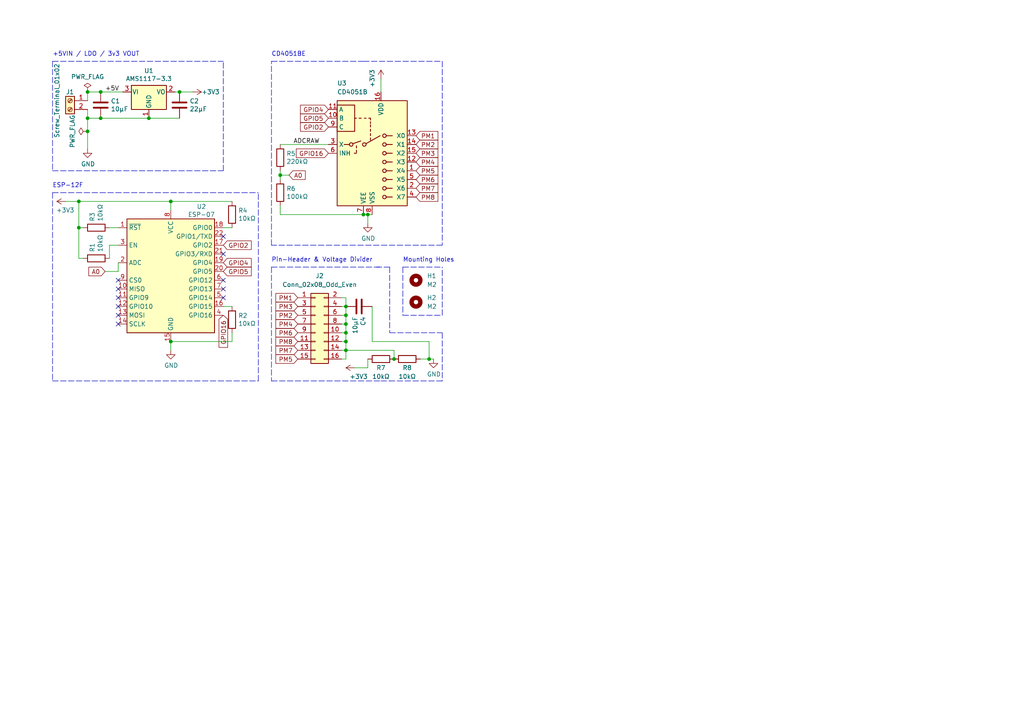
<source format=kicad_sch>
(kicad_sch (version 20211123) (generator eeschema)
  (paper "A4")
  (lib_symbols
    (symbol "Analog_Switch:CD4051B"
      (property "Reference" "U" (at -10.16 16.51 0))
      (property "Value" "CD4051B" (at 3.81 16.51 0))
      (symbol "CD4051B_0_1"
        (rectangle (start -10.16 6.35) (end -5.08 13.97) (stroke (width 0.254)))
        (rectangle (start -10.16 15.24) (end 10.16 -15.24) (stroke (width 0.254)) (fill (type background)))
        (circle (center -6.096 2.54) (radius 0.508) (stroke (width 0.254)))
        (circle (center -2.286 2.54) (radius 0.508) (stroke (width 0.254)))
        (polyline (pts (xy -8.128 2.54) (xy -6.604 2.54)) (stroke (width 0.254)))
        (polyline (pts (xy -5.588 2.794) (xy -3.302 3.556)) (stroke (width 0.254)))
        (polyline (pts (xy -4.572 0) (xy -5.207 0)) (stroke (width 0.254)))
        (polyline (pts (xy -4.572 0.254) (xy -4.572 0.889)) (stroke (width 0.254)))
        (polyline (pts (xy -4.572 1.524) (xy -4.572 2.159)) (stroke (width 0.254)))
        (polyline (pts (xy -4.572 10.16) (xy -5.08 10.16)) (stroke (width 0.254)))
        (polyline (pts (xy -3.81 10.16) (xy -3.175 10.16)) (stroke (width 0.254)))
        (polyline (pts (xy -1.778 2.794) (xy 2.286 5.08)) (stroke (width 0.254)))
        (polyline (pts (xy -1.778 10.16) (xy -2.286 10.16)) (stroke (width 0.254)))
        (polyline (pts (xy -0.508 3.81) (xy -0.508 4.445)) (stroke (width 0.254)))
        (polyline (pts (xy -0.508 5.08) (xy -0.508 5.715)) (stroke (width 0.254)))
        (polyline (pts (xy -0.508 6.35) (xy -0.508 6.985)) (stroke (width 0.254)))
        (polyline (pts (xy -0.508 7.62) (xy -0.508 8.255)) (stroke (width 0.254)))
        (polyline (pts (xy -0.508 8.636) (xy -0.508 9.144)) (stroke (width 0.254)))
        (polyline (pts (xy -0.508 9.652) (xy -0.508 10.16)) (stroke (width 0.254)))
        (polyline (pts (xy -0.508 10.16) (xy -1.016 10.16)) (stroke (width 0.254)))
        (polyline (pts (xy 4.064 -12.7) (xy 5.842 -12.7)) (stroke (width 0.254)))
        (polyline (pts (xy 4.064 -10.16) (xy 5.842 -10.16)) (stroke (width 0.254)))
        (polyline (pts (xy 4.064 -7.62) (xy 5.842 -7.62)) (stroke (width 0.254)))
        (polyline (pts (xy 4.064 -5.08) (xy 5.842 -5.08)) (stroke (width 0.254)))
        (polyline (pts (xy 4.064 -2.54) (xy 5.842 -2.54)) (stroke (width 0.254)))
        (polyline (pts (xy 4.064 0) (xy 5.842 0)) (stroke (width 0.254)))
        (polyline (pts (xy 4.064 2.54) (xy 5.842 2.54)) (stroke (width 0.254)))
        (polyline (pts (xy 4.064 5.08) (xy 5.842 5.08)) (stroke (width 0.254)))
        (circle (center 3.556 -12.7) (radius 0.508) (stroke (width 0.254)))
        (circle (center 3.556 -10.16) (radius 0.508) (stroke (width 0.254)))
        (circle (center 3.556 -7.62) (radius 0.508) (stroke (width 0.254)))
        (circle (center 3.556 -5.08) (radius 0.508) (stroke (width 0.254)))
        (circle (center 3.556 -2.54) (radius 0.508) (stroke (width 0.254)))
        (circle (center 3.556 0) (radius 0.508) (stroke (width 0.254)))
        (circle (center 3.556 2.54) (radius 0.508) (stroke (width 0.254)))
        (circle (center 3.556 5.08) (radius 0.508) (stroke (width 0.254)))
      )
      (symbol "CD4051B_1_1"
        (pin bidirectional line (at 12.7 -5.08 180) (length 2.54) (name "X4") (number "1"))
        (pin input line (at -12.7 10.16 0) (length 2.54) (name "B") (number "10"))
        (pin input line (at -12.7 12.7 0) (length 2.54) (name "A") (number "11"))
        (pin bidirectional line (at 12.7 -2.54 180) (length 2.54) (name "X3") (number "12"))
        (pin bidirectional line (at 12.7 5.08 180) (length 2.54) (name "X0") (number "13"))
        (pin bidirectional line (at 12.7 2.54 180) (length 2.54) (name "X1") (number "14"))
        (pin bidirectional line (at 12.7 0 180) (length 2.54) (name "X2") (number "15"))
        (pin power_in line (at 2.54 17.78 270) (length 2.54) (name "VDD") (number "16"))
        (pin bidirectional line (at 12.7 -10.16 180) (length 2.54) (name "X6") (number "2"))
        (pin bidirectional line (at -12.7 2.54 0) (length 2.54) (name "X") (number "3"))
        (pin bidirectional line (at 12.7 -12.7 180) (length 2.54) (name "X7") (number "4"))
        (pin bidirectional line (at 12.7 -7.62 180) (length 2.54) (name "X5") (number "5"))
        (pin input line (at -12.7 0 0) (length 2.54) (name "INH") (number "6"))
        (pin power_in line (at -2.54 -17.78 90) (length 2.54) (name "VEE") (number "7"))
        (pin power_in line (at 0 -17.78 90) (length 2.54) (name "VSS") (number "8"))
        (pin input line (at -12.7 7.62 0) (length 2.54) (name "C") (number "9"))
      )
    )
    (symbol "Connector:Screw_Terminal_01x02" (pin_names (offset 1.016) hide)
      (property "Reference" "J" (at 0 2.54 0))
      (property "Value" "Screw_Terminal_01x02" (at 0 -5.08 0))
      (symbol "Screw_Terminal_01x02_1_1"
        (rectangle (start -1.27 1.27) (end 1.27 -3.81) (stroke (width 0.254)) (fill (type background)))
        (circle (center 0 -2.54) (radius 0.635) (stroke (width 0.1524)))
        (polyline (pts (xy -0.5334 -2.2098) (xy 0.3302 -3.048)) (stroke (width 0.1524)))
        (polyline (pts (xy -0.5334 0.3302) (xy 0.3302 -0.508)) (stroke (width 0.1524)))
        (polyline (pts (xy -0.3556 -2.032) (xy 0.508 -2.8702)) (stroke (width 0.1524)))
        (polyline (pts (xy -0.3556 0.508) (xy 0.508 -0.3302)) (stroke (width 0.1524)))
        (circle (center 0 0) (radius 0.635) (stroke (width 0.1524)))
        (pin passive line (at -5.08 0 0) (length 3.81) (name "Pin_1") (number "1"))
        (pin passive line (at -5.08 -2.54 0) (length 3.81) (name "Pin_2") (number "2"))
      )
    )
    (symbol "Connector_Generic:Conn_02x08_Odd_Even" (pin_names (offset 1.016) hide)
      (property "Reference" "J" (at 1.27 10.16 0))
      (property "Value" "Conn_02x08_Odd_Even" (at 1.27 -12.7 0))
      (symbol "Conn_02x08_Odd_Even_1_1"
        (rectangle (start -1.27 -10.033) (end 0 -10.287) (stroke (width 0.1524)))
        (rectangle (start -1.27 -7.493) (end 0 -7.747) (stroke (width 0.1524)))
        (rectangle (start -1.27 -4.953) (end 0 -5.207) (stroke (width 0.1524)))
        (rectangle (start -1.27 -2.413) (end 0 -2.667) (stroke (width 0.1524)))
        (rectangle (start -1.27 0.127) (end 0 -0.127) (stroke (width 0.1524)))
        (rectangle (start -1.27 2.667) (end 0 2.413) (stroke (width 0.1524)))
        (rectangle (start -1.27 5.207) (end 0 4.953) (stroke (width 0.1524)))
        (rectangle (start -1.27 7.747) (end 0 7.493) (stroke (width 0.1524)))
        (rectangle (start -1.27 8.89) (end 3.81 -11.43) (stroke (width 0.254)) (fill (type background)))
        (rectangle (start 3.81 -10.033) (end 2.54 -10.287) (stroke (width 0.1524)))
        (rectangle (start 3.81 -7.493) (end 2.54 -7.747) (stroke (width 0.1524)))
        (rectangle (start 3.81 -4.953) (end 2.54 -5.207) (stroke (width 0.1524)))
        (rectangle (start 3.81 -2.413) (end 2.54 -2.667) (stroke (width 0.1524)))
        (rectangle (start 3.81 0.127) (end 2.54 -0.127) (stroke (width 0.1524)))
        (rectangle (start 3.81 2.667) (end 2.54 2.413) (stroke (width 0.1524)))
        (rectangle (start 3.81 5.207) (end 2.54 4.953) (stroke (width 0.1524)))
        (rectangle (start 3.81 7.747) (end 2.54 7.493) (stroke (width 0.1524)))
        (pin passive line (at -5.08 7.62 0) (length 3.81) (name "Pin_1") (number "1"))
        (pin passive line (at 7.62 -2.54 180) (length 3.81) (name "Pin_10") (number "10"))
        (pin passive line (at -5.08 -5.08 0) (length 3.81) (name "Pin_11") (number "11"))
        (pin passive line (at 7.62 -5.08 180) (length 3.81) (name "Pin_12") (number "12"))
        (pin passive line (at -5.08 -7.62 0) (length 3.81) (name "Pin_13") (number "13"))
        (pin passive line (at 7.62 -7.62 180) (length 3.81) (name "Pin_14") (number "14"))
        (pin passive line (at -5.08 -10.16 0) (length 3.81) (name "Pin_15") (number "15"))
        (pin passive line (at 7.62 -10.16 180) (length 3.81) (name "Pin_16") (number "16"))
        (pin passive line (at 7.62 7.62 180) (length 3.81) (name "Pin_2") (number "2"))
        (pin passive line (at -5.08 5.08 0) (length 3.81) (name "Pin_3") (number "3"))
        (pin passive line (at 7.62 5.08 180) (length 3.81) (name "Pin_4") (number "4"))
        (pin passive line (at -5.08 2.54 0) (length 3.81) (name "Pin_5") (number "5"))
        (pin passive line (at 7.62 2.54 180) (length 3.81) (name "Pin_6") (number "6"))
        (pin passive line (at -5.08 0 0) (length 3.81) (name "Pin_7") (number "7"))
        (pin passive line (at 7.62 0 180) (length 3.81) (name "Pin_8") (number "8"))
        (pin passive line (at -5.08 -2.54 0) (length 3.81) (name "Pin_9") (number "9"))
      )
    )
    (symbol "Device:C" (pin_numbers hide) (pin_names (offset 0.254))
      (property "Reference" "C" (at 0.635 2.54 0))
      (property "Value" "C" (at 0.635 -2.54 0))
      (symbol "C_0_1"
        (polyline (pts (xy -2.032 -0.762) (xy 2.032 -0.762)) (stroke (width 0.508)))
        (polyline (pts (xy -2.032 0.762) (xy 2.032 0.762)) (stroke (width 0.508)))
      )
      (symbol "C_1_1"
        (pin passive line (at 0 3.81 270) (length 2.794) (name "~") (number "1"))
        (pin passive line (at 0 -3.81 90) (length 2.794) (name "~") (number "2"))
      )
    )
    (symbol "Device:R" (pin_numbers hide) (pin_names (offset 0))
      (property "Reference" "R" (at 2.032 0 90))
      (property "Value" "R" (at 0 0 90))
      (symbol "R_0_1"
        (rectangle (start -1.016 -2.54) (end 1.016 2.54) (stroke (width 0.254)))
      )
      (symbol "R_1_1"
        (pin passive line (at 0 3.81 270) (length 1.27) (name "~") (number "1"))
        (pin passive line (at 0 -3.81 90) (length 1.27) (name "~") (number "2"))
      )
    )
    (symbol "Mechanical:MountingHole" (pin_names (offset 1.016))
      (property "Reference" "H" (at 0 5.08 0))
      (property "Value" "MountingHole" (at 0 3.175 0))
      (symbol "MountingHole_0_1"
        (circle (center 0 0) (radius 1.27) (stroke (width 1.27)))
      )
    )
    (symbol "RF_Module:ESP-12F"
      (property "Reference" "U" (at -12.7 19.05 0))
      (property "Value" "ESP-12F" (at 12.7 19.05 0))
      (symbol "ESP-12F_0_1"
        (rectangle (start -12.7 17.78) (end 12.7 -15.24) (stroke (width 0.254)) (fill (type background)))
      )
      (symbol "ESP-12F_1_1"
        (pin input line (at -15.24 15.24 0) (length 2.54) (name "~{RST}") (number "1"))
        (pin bidirectional line (at -15.24 -2.54 0) (length 2.54) (name "MISO") (number "10"))
        (pin bidirectional line (at -15.24 -5.08 0) (length 2.54) (name "GPIO9") (number "11"))
        (pin bidirectional line (at -15.24 -7.62 0) (length 2.54) (name "GPIO10") (number "12"))
        (pin bidirectional line (at -15.24 -10.16 0) (length 2.54) (name "MOSI") (number "13"))
        (pin bidirectional line (at -15.24 -12.7 0) (length 2.54) (name "SCLK") (number "14"))
        (pin power_in line (at 0 -17.78 90) (length 2.54) (name "GND") (number "15"))
        (pin bidirectional line (at 15.24 -7.62 180) (length 2.54) (name "GPIO15") (number "16"))
        (pin bidirectional line (at 15.24 10.16 180) (length 2.54) (name "GPIO2") (number "17"))
        (pin bidirectional line (at 15.24 15.24 180) (length 2.54) (name "GPIO0") (number "18"))
        (pin bidirectional line (at 15.24 5.08 180) (length 2.54) (name "GPIO4") (number "19"))
        (pin input line (at -15.24 5.08 0) (length 2.54) (name "ADC") (number "2"))
        (pin bidirectional line (at 15.24 2.54 180) (length 2.54) (name "GPIO5") (number "20"))
        (pin bidirectional line (at 15.24 7.62 180) (length 2.54) (name "GPIO3/RXD") (number "21"))
        (pin bidirectional line (at 15.24 12.7 180) (length 2.54) (name "GPIO1/TXD") (number "22"))
        (pin input line (at -15.24 10.16 0) (length 2.54) (name "EN") (number "3"))
        (pin bidirectional line (at 15.24 -10.16 180) (length 2.54) (name "GPIO16") (number "4"))
        (pin bidirectional line (at 15.24 -5.08 180) (length 2.54) (name "GPIO14") (number "5"))
        (pin bidirectional line (at 15.24 0 180) (length 2.54) (name "GPIO12") (number "6"))
        (pin bidirectional line (at 15.24 -2.54 180) (length 2.54) (name "GPIO13") (number "7"))
        (pin power_in line (at 0 20.32 270) (length 2.54) (name "VCC") (number "8"))
        (pin input line (at -15.24 0 0) (length 2.54) (name "CS0") (number "9"))
      )
    )
    (symbol "Regulator_Linear:AMS1117-3.3" (pin_names (offset 0.254))
      (property "Reference" "U" (at -3.81 3.175 0))
      (property "Value" "AMS1117-3.3" (at 0 3.175 0))
      (symbol "AMS1117-3.3_0_1"
        (rectangle (start -5.08 -5.08) (end 5.08 1.905) (stroke (width 0.254)) (fill (type background)))
      )
      (symbol "AMS1117-3.3_1_1"
        (pin power_in line (at 0 -7.62 90) (length 2.54) (name "GND") (number "1"))
        (pin power_out line (at 7.62 0 180) (length 2.54) (name "VO") (number "2"))
        (pin power_in line (at -7.62 0 0) (length 2.54) (name "VI") (number "3"))
      )
    )
    (symbol "power:+3.3V" (power) (pin_names (offset 0))
      (property "Value" "+3.3V" (at 0 3.556 0))
      (symbol "+3.3V_0_1"
        (polyline (pts (xy -0.762 1.27) (xy 0 2.54)))
        (polyline (pts (xy 0 0) (xy 0 2.54)))
        (polyline (pts (xy 0 2.54) (xy 0.762 1.27)))
      )
      (symbol "+3.3V_1_1"
        (pin power_in line (at 0 0 90) (length 0) hide (name "+3V3") (number "1"))
      )
    )
    (symbol "power:GND" (power) (pin_names (offset 0))
      (property "Value" "GND" (at 0 -3.81 0))
      (symbol "GND_0_1"
        (polyline (pts (xy 0 0) (xy 0 -1.27) (xy 1.27 -1.27) (xy 0 -2.54) (xy -1.27 -1.27) (xy 0 -1.27)))
      )
      (symbol "GND_1_1"
        (pin power_in line (at 0 0 270) (length 0) hide (name "GND") (number "1"))
      )
    )
    (symbol "power:PWR_FLAG" (power) (pin_numbers hide) (pin_names (offset 0) hide)
      (property "Value" "PWR_FLAG" (at 0 3.81 0))
      (symbol "PWR_FLAG_0_0"
        (pin power_out line (at 0 0 90) (length 0) (name "pwr") (number "1"))
      )
      (symbol "PWR_FLAG_0_1"
        (polyline (pts (xy 0 0) (xy 0 1.27) (xy -1.016 1.905) (xy 0 2.54) (xy 1.016 1.905) (xy 0 1.27)))
      )
    )
  )
  (junction (at 100.33 88.9))
  (junction (at 100.33 101.6))
  (junction (at 29.21 26.67))
  (junction (at 100.33 93.98))
  (junction (at 49.53 58.42))
  (junction (at 100.33 99.06))
  (junction (at 49.53 99.06))
  (junction (at 25.4 34.29))
  (junction (at 105.41 62.23))
  (junction (at 81.28 50.8))
  (junction (at 25.4 38.1))
  (junction (at 43.18 34.29))
  (junction (at 100.33 91.44))
  (junction (at 22.86 58.42))
  (junction (at 114.3 104.14))
  (junction (at 52.07 26.67))
  (junction (at 25.4 26.67))
  (junction (at 29.21 34.29))
  (junction (at 124.46 104.14))
  (junction (at 22.86 66.04))
  (junction (at 100.33 96.52))
  (junction (at 106.68 62.23))
  (no_connect (at 64.77 81.28))
  (no_connect (at 34.29 93.98))
  (no_connect (at 34.29 83.82))
  (no_connect (at 34.29 91.44))
  (no_connect (at 34.29 81.28))
  (no_connect (at 34.29 86.36))
  (no_connect (at 34.29 88.9))
  (no_connect (at 64.77 83.82))
  (no_connect (at 64.77 86.36))
  (no_connect (at 64.77 68.58))
  (no_connect (at 64.77 73.66))
  (wire (pts (xy 107.95 99.06) (xy 107.95 88.9)))
  (wire (pts (xy 81.28 49.53) (xy 81.28 50.8)))
  (wire (pts (xy 34.29 76.2) (xy 34.29 78.74)))
  (wire (pts (xy 100.33 96.52) (xy 100.33 99.06)))
  (wire (pts (xy 99.06 93.98) (xy 100.33 93.98)))
  (polyline (pts (xy 15.24 17.78) (xy 64.77 17.78)))
  (wire (pts (xy 86.36 96.42) (xy 86.36 96.52)))
  (wire (pts (xy 114.3 101.6) (xy 114.3 104.14)))
  (wire (pts (xy 67.31 96.52) (xy 67.31 99.06)))
  (wire (pts (xy 25.4 38.1) (xy 25.4 43.18)))
  (polyline (pts (xy 15.24 55.88) (xy 74.93 55.88)))
  (polyline (pts (xy 74.93 110.49) (xy 74.93 55.88)))
  (polyline (pts (xy 113.03 77.47) (xy 113.03 96.52)))
  (wire (pts (xy 22.86 66.04) (xy 22.86 58.42)))
  (polyline (pts (xy 64.77 49.53) (xy 64.77 17.78)))
  (polyline (pts (xy 116.84 77.47) (xy 116.84 91.44)))
  (wire (pts (xy 31.75 66.04) (xy 34.29 66.04)))
  (wire (pts (xy 29.21 26.67) (xy 35.56 26.67)))
  (wire (pts (xy 106.68 62.23) (xy 107.95 62.23)))
  (wire (pts (xy 106.68 62.23) (xy 106.68 64.77)))
  (wire (pts (xy 31.75 74.93) (xy 31.75 71.12)))
  (wire (pts (xy 107.95 99.06) (xy 124.46 99.06)))
  (wire (pts (xy 100.33 86.36) (xy 100.33 88.9)))
  (wire (pts (xy 25.4 34.29) (xy 29.21 34.29)))
  (polyline (pts (xy 15.24 17.78) (xy 15.24 49.53)))
  (wire (pts (xy 19.05 58.42) (xy 22.86 58.42)))
  (wire (pts (xy 49.53 99.06) (xy 49.53 101.6)))
  (polyline (pts (xy 128.27 91.44) (xy 128.27 77.47)))
  (polyline (pts (xy 78.74 71.12) (xy 78.74 17.78)))
  (wire (pts (xy 22.86 66.04) (xy 24.13 66.04)))
  (polyline (pts (xy 116.84 91.44) (xy 128.27 91.44)))
  (wire (pts (xy 99.06 91.44) (xy 100.33 91.44)))
  (wire (pts (xy 86.36 88.8) (xy 86.36 88.9)))
  (wire (pts (xy 81.28 41.91) (xy 95.25 41.91)))
  (wire (pts (xy 86.36 86.26) (xy 86.36 86.36)))
  (wire (pts (xy 99.06 104.14) (xy 100.33 104.14)))
  (wire (pts (xy 99.06 96.52) (xy 100.33 96.52)))
  (wire (pts (xy 22.86 58.42) (xy 49.53 58.42)))
  (polyline (pts (xy 128.27 71.12) (xy 78.74 71.12)))
  (wire (pts (xy 100.33 91.44) (xy 100.33 93.98)))
  (wire (pts (xy 124.46 99.06) (xy 124.46 104.14)))
  (polyline (pts (xy 78.74 77.47) (xy 78.74 110.49)))
  (wire (pts (xy 124.46 104.14) (xy 125.73 104.14)))
  (polyline (pts (xy 78.74 17.78) (xy 105.41 17.78)))
  (wire (pts (xy 64.77 88.9) (xy 67.31 88.9)))
  (wire (pts (xy 100.33 93.98) (xy 100.33 96.52)))
  (wire (pts (xy 43.18 34.29) (xy 52.07 34.29)))
  (polyline (pts (xy 128.27 96.52) (xy 128.27 110.49)))
  (wire (pts (xy 99.06 99.06) (xy 100.33 99.06)))
  (wire (pts (xy 86.36 93.88) (xy 86.36 93.98)))
  (polyline (pts (xy 110.49 110.49) (xy 113.03 110.49)))
  (wire (pts (xy 25.4 26.67) (xy 29.21 26.67)))
  (polyline (pts (xy 15.24 49.53) (xy 64.77 49.53)))
  (wire (pts (xy 67.31 99.06) (xy 49.53 99.06)))
  (wire (pts (xy 81.28 62.23) (xy 105.41 62.23)))
  (polyline (pts (xy 128.27 17.78) (xy 128.27 71.12)))
  (polyline (pts (xy 78.74 110.49) (xy 110.49 110.49)))
  (wire (pts (xy 86.36 91.34) (xy 86.36 91.44)))
  (wire (pts (xy 49.53 58.42) (xy 67.31 58.42)))
  (wire (pts (xy 81.28 50.8) (xy 83.82 50.8)))
  (wire (pts (xy 24.13 74.93) (xy 22.86 74.93)))
  (wire (pts (xy 25.4 34.29) (xy 25.4 38.1)))
  (wire (pts (xy 100.33 101.6) (xy 114.3 101.6)))
  (polyline (pts (xy 116.84 77.47) (xy 128.27 77.47)))
  (wire (pts (xy 99.06 88.9) (xy 100.33 88.9)))
  (wire (pts (xy 30.48 78.74) (xy 34.29 78.74)))
  (wire (pts (xy 102.87 106.68) (xy 106.68 106.68)))
  (wire (pts (xy 81.28 50.8) (xy 81.28 52.07)))
  (wire (pts (xy 50.8 26.67) (xy 52.07 26.67)))
  (polyline (pts (xy 113.03 77.47) (xy 109.22 77.47)))
  (wire (pts (xy 31.75 71.12) (xy 34.29 71.12)))
  (wire (pts (xy 81.28 59.69) (xy 81.28 62.23)))
  (wire (pts (xy 100.33 104.14) (xy 100.33 101.6)))
  (polyline (pts (xy 128.27 110.49) (xy 113.03 110.49)))
  (wire (pts (xy 64.77 66.04) (xy 67.31 66.04)))
  (polyline (pts (xy 15.24 55.88) (xy 15.24 110.49)))
  (polyline (pts (xy 105.41 17.78) (xy 128.27 17.78)))
  (wire (pts (xy 25.4 26.67) (xy 25.4 29.21)))
  (wire (pts (xy 100.33 99.06) (xy 100.33 101.6)))
  (wire (pts (xy 100.33 88.9) (xy 100.33 91.44)))
  (wire (pts (xy 110.49 22.86) (xy 110.49 26.67)))
  (polyline (pts (xy 15.24 110.49) (xy 74.93 110.49)))
  (wire (pts (xy 22.86 74.93) (xy 22.86 66.04)))
  (wire (pts (xy 29.21 34.29) (xy 43.18 34.29)))
  (polyline (pts (xy 113.03 96.52) (xy 128.27 96.52)))
  (wire (pts (xy 25.4 31.75) (xy 25.4 34.29)))
  (wire (pts (xy 49.53 58.42) (xy 49.53 60.96)))
  (wire (pts (xy 99.06 101.6) (xy 100.33 101.6)))
  (wire (pts (xy 86.36 98.96) (xy 86.36 99.06)))
  (wire (pts (xy 121.92 104.14) (xy 124.46 104.14)))
  (wire (pts (xy 106.68 106.68) (xy 106.68 104.14)))
  (wire (pts (xy 52.07 26.67) (xy 55.88 26.67)))
  (polyline (pts (xy 78.74 77.47) (xy 110.49 77.47)))
  (wire (pts (xy 99.06 86.36) (xy 100.33 86.36)))
  (wire (pts (xy 105.41 62.23) (xy 106.68 62.23)))
  (text "CD4051BE" (at 78.74 16.51 0) (effects (font (size 1.27 1.27)) (justify left bottom)))
  (text "Mounting Holes" (at 116.84 76.2 0) (effects (font (size 1.27 1.27)) (justify left bottom)))
  (text "+5VIN / LDO / 3v3 VOUT\n" (at 15.24 16.51 0) (effects (font (size 1.27 1.27)) (justify left bottom)))
  (text "Pin-Header & Voltage Divider" (at 78.74 76.2 0) (effects (font (size 1.27 1.27)) (justify left bottom)))
  (text "ESP-12F" (at 15.24 54.61 0) (effects (font (size 1.27 1.27)) (justify left bottom)))
  (label "+5V" (at 30.48 26.67 0))
  (label "ADCRAW" (at 85.09 41.91 0))
  (global_label "GPIO4" (shape input) (at 64.77 76.2 0) (property "Intersheet References" "${INTERSHEET_REFS}" (effects hide)))
  (global_label "GPIO2" (shape input) (at 95.25 36.83 180) (property "Intersheet References" "${INTERSHEET_REFS}" (effects hide)))
  (global_label "A0" (shape input) (at 83.82 50.8 0) (property "Intersheet References" "${INTERSHEET_REFS}" (effects hide)))
  (global_label "PM8" (shape input) (at 120.65 57.15 0) (property "Intersheet References" "${INTERSHEET_REFS}" (effects hide)))
  (global_label "GPIO4" (shape input) (at 95.25 31.75 180) (property "Intersheet References" "${INTERSHEET_REFS}" (effects hide)))
  (global_label "PM4" (shape input) (at 120.65 46.99 0) (property "Intersheet References" "${INTERSHEET_REFS}" (effects hide)))
  (global_label "PM6" (shape input) (at 86.36 96.52 180) (property "Intersheet References" "${INTERSHEET_REFS}" (effects hide)))
  (global_label "GPIO5" (shape input) (at 64.77 78.74 0) (property "Intersheet References" "${INTERSHEET_REFS}" (effects hide)))
  (global_label "PM2" (shape input) (at 120.65 41.91 0) (property "Intersheet References" "${INTERSHEET_REFS}" (effects hide)))
  (global_label "PM6" (shape input) (at 120.65 52.07 0) (property "Intersheet References" "${INTERSHEET_REFS}" (effects hide)))
  (global_label "GPIO2" (shape input) (at 64.77 71.12 0) (property "Intersheet References" "${INTERSHEET_REFS}" (effects hide)))
  (global_label "PM7" (shape input) (at 86.36 101.6 180) (property "Intersheet References" "${INTERSHEET_REFS}" (effects hide)))
  (global_label "PM5" (shape input) (at 86.36 104.14 180) (property "Intersheet References" "${INTERSHEET_REFS}" (effects hide)))
  (global_label "GPIO16" (shape input) (at 95.25 44.45 180) (property "Intersheet References" "${INTERSHEET_REFS}" (effects hide)))
  (global_label "PM1" (shape input) (at 120.65 39.37 0) (property "Intersheet References" "${INTERSHEET_REFS}" (effects hide)))
  (global_label "GPIO16" (shape input) (at 64.77 91.44 270) (property "Intersheet References" "${INTERSHEET_REFS}" (effects hide)))
  (global_label "PM4" (shape input) (at 86.36 93.98 180) (property "Intersheet References" "${INTERSHEET_REFS}" (effects hide)))
  (global_label "PM1" (shape input) (at 86.36 86.36 180) (property "Intersheet References" "${INTERSHEET_REFS}" (effects hide)))
  (global_label "GPIO5" (shape input) (at 95.25 34.29 180) (property "Intersheet References" "${INTERSHEET_REFS}" (effects hide)))
  (global_label "A0" (shape input) (at 30.48 78.74 180) (property "Intersheet References" "${INTERSHEET_REFS}" (effects hide)))
  (global_label "PM7" (shape input) (at 120.65 54.61 0) (property "Intersheet References" "${INTERSHEET_REFS}" (effects hide)))
  (global_label "PM3" (shape input) (at 120.65 44.45 0) (property "Intersheet References" "${INTERSHEET_REFS}" (effects hide)))
  (global_label "PM2" (shape input) (at 86.36 91.44 180) (property "Intersheet References" "${INTERSHEET_REFS}" (effects hide)))
  (global_label "PM3" (shape input) (at 86.36 88.9 180) (property "Intersheet References" "${INTERSHEET_REFS}" (effects hide)))
  (global_label "PM8" (shape input) (at 86.36 99.06 180) (property "Intersheet References" "${INTERSHEET_REFS}" (effects hide)))
  (global_label "PM5" (shape input) (at 120.65 49.53 0) (property "Intersheet References" "${INTERSHEET_REFS}" (effects hide)))
  (symbol (lib_id "RF_Module:ESP-12F") (at 49.53 81.28 0) (unit 1)
    (property "Reference" "U2" (at 58.42 59.9186 0))
    (property "Value" "ESP-07" (at 58.42 62.23 0))
    (property "Footprint" "Andys-Footprints:ESP-12-Socket-Cutout" (effects hide))
    (property "Datasheet" "http://wiki.ai-thinker.com/_media/esp8266/esp8266_series_modules_user_manual_v1.1.pdf" (effects hide))
  )
  (symbol (lib_id "power:GND") (at 25.4 43.18 0) (unit 1)
    (property "Reference" "#PWR02" (effects hide))
    (property "Value" "GND" (at 25.527 47.5742 0))
  )
  (symbol (lib_id "Device:R") (at 27.94 74.93 90) (unit 1)
    (property "Reference" "R1" (at 26.7716 73.152 0) (effects (justify left)))
    (property "Value" "10kΩ" (at 29.083 73.152 0) (effects (justify left)))
    (property "Footprint" "Resistor_SMD:R_0805_2012Metric" (effects hide))
  )
  (symbol (lib_id "Device:R") (at 67.31 92.71 0) (unit 1)
    (property "Reference" "R2" (at 69.088 91.5416 0) (effects (justify left)))
    (property "Value" "10kΩ" (at 69.088 93.853 0) (effects (justify left)))
    (property "Footprint" "Resistor_SMD:R_0805_2012Metric" (effects hide))
  )
  (symbol (lib_id "Device:C") (at 52.07 30.48 0) (unit 1)
    (property "Reference" "C2" (at 54.991 29.3116 0) (effects (justify left)))
    (property "Value" "22µF" (at 54.991 31.623 0) (effects (justify left)))
    (property "Footprint" "Capacitor_SMD:C_0805_2012Metric" (effects hide))
  )
  (symbol (lib_id "Regulator_Linear:AMS1117-3.3") (at 43.18 26.67 0) (unit 1)
    (property "Reference" "U1" (at 43.18 20.5232 0))
    (property "Value" "AMS1117-3.3" (at 43.18 22.8346 0))
    (property "Footprint" "Package_TO_SOT_SMD:SOT-223-3_TabPin2" (effects hide))
    (property "Datasheet" "http://www.advanced-monolithic.com/pdf/ds1117.pdf" (effects hide))
  )
  (symbol (lib_id "Device:C") (at 29.21 30.48 0) (unit 1)
    (property "Reference" "C1" (at 32.131 29.3116 0) (effects (justify left)))
    (property "Value" "10µF" (at 32.131 31.623 0) (effects (justify left)))
    (property "Footprint" "Capacitor_SMD:C_0805_2012Metric" (effects hide))
  )
  (symbol (lib_id "power:PWR_FLAG") (at 25.4 26.67 0) (unit 1)
    (property "Reference" "#FLG0101" (effects hide))
    (property "Value" "PWR_FLAG" (at 25.4 22.2758 0))
  )
  (symbol (lib_id "power:PWR_FLAG") (at 25.4 38.1 90) (unit 1)
    (property "Reference" "#FLG0102" (effects hide))
    (property "Value" "PWR_FLAG" (at 21.0058 38.1 0))
  )
  (symbol (lib_id "Connector:Screw_Terminal_01x02") (at 20.32 29.21 0) (mirror y) (unit 1)
    (property "Reference" "J1" (at 20.32 26.67 0))
    (property "Value" "Screw_Terminal_01x02" (at 16.51 29.21 90))
    (property "Footprint" "Andys-Footprints:TerminalBlock_Phoenix_MPT-0,5-2-2.54_1x02_P2.54mm_Horizontal-removed-extra-holes" (effects hide))
  )
  (symbol (lib_id "Device:R") (at 81.28 45.72 0) (unit 1)
    (property "Reference" "R5" (at 83.058 44.5516 0) (effects (justify left)))
    (property "Value" "220kΩ" (at 83.058 46.863 0) (effects (justify left)))
    (property "Footprint" "Resistor_SMD:R_0805_2012Metric" (effects hide))
  )
  (symbol (lib_id "power:GND") (at 125.73 104.14 0) (unit 1)
    (property "Reference" "#PWR03" (effects hide))
    (property "Value" "GND" (at 125.857 108.5342 0))
  )
  (symbol (lib_id "power:+3.3V") (at 19.05 58.42 90) (mirror x) (unit 1)
    (property "Reference" "#PWR0104" (effects hide))
    (property "Value" "+3.3V" (at 21.59 60.96 90) (effects (justify left)))
  )
  (symbol (lib_id "Device:R") (at 67.31 62.23 0) (unit 1)
    (property "Reference" "R4" (at 69.088 61.0616 0) (effects (justify left)))
    (property "Value" "10kΩ" (at 69.088 63.373 0) (effects (justify left)))
    (property "Footprint" "Resistor_SMD:R_0805_2012Metric" (effects hide))
  )
  (symbol (lib_id "power:+3.3V") (at 55.88 26.67 270) (unit 1)
    (property "Reference" "#PWR0101" (effects hide))
    (property "Value" "+3.3V" (at 58.42 26.67 90) (effects (justify left)))
  )
  (symbol (lib_id "Mechanical:MountingHole") (at 120.65 81.28 0) (unit 1)
    (property "Reference" "H1" (at 123.825 80.0099 0) (effects (justify left)))
    (property "Value" "M2" (at 123.825 82.5499 0) (effects (justify left)))
    (property "Footprint" "MountingHole:MountingHole_2.2mm_M2_Pad_Via" (effects hide))
  )
  (symbol (lib_id "Device:R") (at 81.28 55.88 0) (unit 1)
    (property "Reference" "R6" (at 83.058 54.7116 0) (effects (justify left)))
    (property "Value" "100kΩ" (at 83.058 57.023 0) (effects (justify left)))
    (property "Footprint" "Resistor_SMD:R_0805_2012Metric" (effects hide))
  )
  (symbol (lib_id "Device:C") (at 104.14 88.9 270) (unit 1)
    (property "Reference" "C4" (at 105.3084 91.821 0) (effects (justify left)))
    (property "Value" "10µF" (at 102.997 91.821 0) (effects (justify left)))
    (property "Footprint" "Capacitor_SMD:C_0805_2012Metric" (effects hide))
  )
  (symbol (lib_id "power:GND") (at 106.68 64.77 0) (unit 1)
    (property "Reference" "#PWR0103" (effects hide))
    (property "Value" "GND" (at 106.807 69.1642 0))
  )
  (symbol (lib_id "Mechanical:MountingHole") (at 120.65 87.63 0) (unit 1)
    (property "Reference" "H2" (at 123.825 86.3599 0) (effects (justify left)))
    (property "Value" "M2" (at 123.825 88.8999 0) (effects (justify left)))
    (property "Footprint" "MountingHole:MountingHole_2.2mm_M2_Pad_Via" (effects hide))
  )
  (symbol (lib_id "power:+3.3V") (at 102.87 106.68 90) (mirror x) (unit 1)
    (property "Reference" "#PWR01" (effects hide))
    (property "Value" "+3.3V" (at 106.68 109.22 90) (effects (justify left)))
  )
  (symbol (lib_id "Device:R") (at 118.11 104.14 90) (unit 1)
    (property "Reference" "R8" (at 118.11 106.68 90))
    (property "Value" "10kΩ" (at 118.11 109.22 90))
    (property "Footprint" "Resistor_SMD:R_0805_2012Metric" (effects hide))
  )
  (symbol (lib_id "Analog_Switch:CD4051B") (at 107.95 44.45 0) (unit 1)
    (property "Reference" "U3" (at 97.79 24.13 0) (effects (justify left)))
    (property "Value" "CD4051B" (at 97.79 26.67 0) (effects (justify left)))
    (property "Footprint" "Package_DIP:DIP-16_W7.62mm" (effects hide))
    (property "Datasheet" "http://www.ti.com/lit/ds/symlink/cd4052b.pdf" (effects hide))
  )
  (symbol (lib_id "Device:R") (at 110.49 104.14 90) (unit 1)
    (property "Reference" "R7" (at 110.49 106.68 90))
    (property "Value" "10kΩ" (at 110.49 109.22 90))
    (property "Footprint" "Resistor_SMD:R_0805_2012Metric" (effects hide))
  )
  (symbol (lib_id "power:+3.3V") (at 110.49 22.86 0) (mirror y) (unit 1)
    (property "Reference" "#PWR0102" (effects hide))
    (property "Value" "+3.3V" (at 107.95 25.4 90) (effects (justify left)))
  )
  (symbol (lib_id "Connector_Generic:Conn_02x08_Odd_Even") (at 91.44 93.98 0) (unit 1)
    (property "Reference" "J2" (at 92.71 80.01 0))
    (property "Value" "Conn_02x08_Odd_Even" (at 92.71 82.55 0))
    (property "Footprint" "Connector_PinHeader_2.54mm:PinHeader_2x08_P2.54mm_Horizontal" (effects hide))
  )
  (symbol (lib_id "power:GND") (at 49.53 101.6 0) (unit 1)
    (property "Reference" "#PWR0105" (effects hide))
    (property "Value" "GND" (at 49.657 105.9942 0))
  )
  (symbol (lib_id "Device:R") (at 27.94 66.04 90) (unit 1)
    (property "Reference" "R3" (at 26.7716 64.262 0) (effects (justify left)))
    (property "Value" "10kΩ" (at 29.083 64.262 0) (effects (justify left)))
    (property "Footprint" "Resistor_SMD:R_0805_2012Metric" (effects hide))
  )
)
</source>
